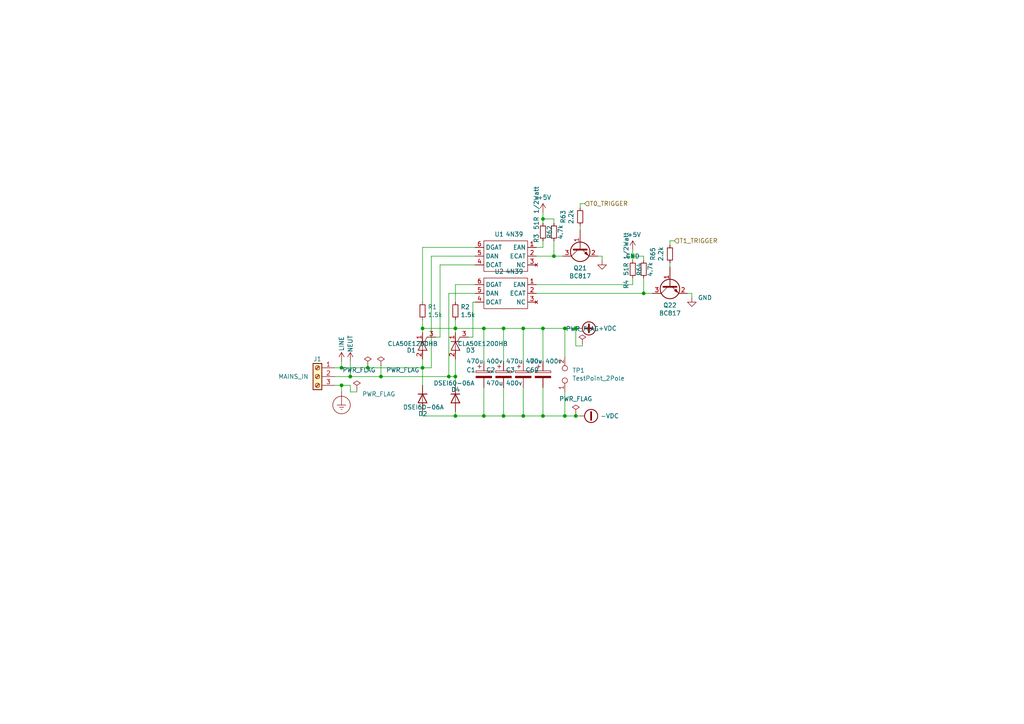
<source format=kicad_sch>
(kicad_sch (version 20200506) (host eeschema "5.99.0-unknown-1f9723c~101~ubuntu18.04.1")
  (page "A4")
  (lib_symbols
    (symbol "Connector:Screw_Terminal_01x03" (pin_names hide)
      (property "Reference" "J" (at 0 5.08 0))
      (property "Value" "Screw_Terminal_01x03" (at 0 -5.08 0))
      (symbol "Screw_Terminal_01x03_1_1"
        (circle (center 0 -2.54) (radius 0.635))
        (circle (center 0 0) (radius 0.635))
        (circle (center 0 2.54) (radius 0.635))
        (rectangle (start -1.27 3.81) (end 1.27 -3.81) (stroke (width 0.254)) (fill (type background)))
        (polyline (pts (xy -0.5334 -2.2098) (xy 0.3302 -3.048)))
        (polyline (pts (xy -0.5334 0.3302) (xy 0.3302 -0.508)))
        (polyline (pts (xy -0.5334 2.8702) (xy 0.3302 2.032)))
        (polyline (pts (xy -0.3556 -2.032) (xy 0.508 -2.8702)))
        (polyline (pts (xy -0.3556 0.508) (xy 0.508 -0.3302)))
        (polyline (pts (xy -0.3556 3.048) (xy 0.508 2.2098)))
        (pin passive line (at -5.08 2.54 0) (length 3.81) (name "Pin_1") (number "1"))
        (pin passive line (at -5.08 0 0) (length 3.81) (name "Pin_2") (number "2"))
        (pin passive line (at -5.08 -2.54 0) (length 3.81) (name "Pin_3") (number "3"))
      )
    )
    (symbol "Connector:TestPoint_2Pole" (pin_names (offset 0.762) hide)
      (property "Reference" "TP" (at 0 1.524 0))
      (property "Value" "TestPoint_2Pole" (at 0 -1.778 0))
      (symbol "TestPoint_2Pole_0_1"
        (circle (center -1.778 0) (radius 0.762))
        (circle (center 1.778 0) (radius 0.762))
        (pin passive line (at -5.08 0 0) (length 2.54) (name "1") (number "1"))
        (pin passive line (at 5.08 0 180) (length 2.54) (name "2") (number "2"))
      )
    )
    (symbol "Device:CP" (pin_numbers hide) (pin_names (offset 0.254))
      (property "Reference" "C" (at 0.635 2.54 0))
      (property "Value" "CP" (at 0.635 -2.54 0))
      (symbol "CP_0_1"
        (rectangle (start -2.286 0.508) (end 2.286 1.016))
        (rectangle (start 2.286 -0.508) (end -2.286 -1.016) (fill (type outline)))
        (polyline (pts (xy -1.778 2.286) (xy -0.762 2.286)))
        (polyline (pts (xy -1.27 2.794) (xy -1.27 1.778)))
      )
      (symbol "CP_1_1"
        (pin passive line (at 0 3.81 270) (length 2.794) (name "~") (number "1"))
        (pin passive line (at 0 -3.81 90) (length 2.794) (name "~") (number "2"))
      )
    )
    (symbol "Device:CP_1" (pin_numbers hide) (pin_names (offset 0.254))
      (property "Reference" "C" (at 0.635 2.54 0))
      (property "Value" "CP" (at 0.635 -2.54 0))
      (symbol "CP_1_0_1"
        (rectangle (start -2.286 0.508) (end 2.286 1.016))
        (rectangle (start 2.286 -0.508) (end -2.286 -1.016) (fill (type outline)))
        (polyline (pts (xy -1.778 2.286) (xy -0.762 2.286)))
        (polyline (pts (xy -1.27 2.794) (xy -1.27 1.778)))
      )
      (symbol "CP_1_1_1"
        (pin passive line (at 0 3.81 270) (length 2.794) (name "~") (number "1"))
        (pin passive line (at 0 -3.81 90) (length 2.794) (name "~") (number "2"))
      )
    )
    (symbol "Device:CP_2" (pin_numbers hide) (pin_names (offset 0.254))
      (property "Reference" "C" (at 0.635 2.54 0))
      (property "Value" "CP" (at 0.635 -2.54 0))
      (symbol "CP_2_0_1"
        (rectangle (start -2.286 0.508) (end 2.286 1.016))
        (rectangle (start 2.286 -0.508) (end -2.286 -1.016) (fill (type outline)))
        (polyline (pts (xy -1.778 2.286) (xy -0.762 2.286)))
        (polyline (pts (xy -1.27 2.794) (xy -1.27 1.778)))
      )
      (symbol "CP_2_1_1"
        (pin passive line (at 0 3.81 270) (length 2.794) (name "~") (number "1"))
        (pin passive line (at 0 -3.81 90) (length 2.794) (name "~") (number "2"))
      )
    )
    (symbol "Device:CP_3" (pin_numbers hide) (pin_names (offset 0.254))
      (property "Reference" "C" (at 0.635 2.54 0))
      (property "Value" "CP" (at 0.635 -2.54 0))
      (symbol "CP_3_0_1"
        (rectangle (start -2.286 0.508) (end 2.286 1.016))
        (rectangle (start 2.286 -0.508) (end -2.286 -1.016) (fill (type outline)))
        (polyline (pts (xy -1.778 2.286) (xy -0.762 2.286)))
        (polyline (pts (xy -1.27 2.794) (xy -1.27 1.778)))
      )
      (symbol "CP_3_1_1"
        (pin passive line (at 0 3.81 270) (length 2.794) (name "~") (number "1"))
        (pin passive line (at 0 -3.81 90) (length 2.794) (name "~") (number "2"))
      )
    )
    (symbol "Device:D" (pin_numbers hide) (pin_names hide)
      (property "Reference" "D" (at 0 2.54 0))
      (property "Value" "D" (at 0 -2.54 0))
      (symbol "D_0_1"
        (polyline (pts (xy -1.27 1.27) (xy -1.27 -1.27)) (stroke (width 0.254)))
        (polyline (pts (xy 1.27 0) (xy -1.27 0)))
        (polyline (pts (xy 1.27 1.27) (xy 1.27 -1.27) (xy -1.27 0) (xy 1.27 1.27)) (stroke (width 0.254)))
      )
      (symbol "D_1_1"
        (pin passive line (at -3.81 0 0) (length 2.54) (name "K") (number "1"))
        (pin passive line (at 3.81 0 180) (length 2.54) (name "A") (number "2"))
      )
    )
    (symbol "Device:Q_SCR_KAG" (pin_names (offset 0) hide)
      (property "Reference" "D" (at 1.905 0.635 0))
      (property "Value" "Q_SCR_KAG" (at 1.905 -1.27 0))
      (symbol "Q_SCR_KAG_0_1"
        (polyline (pts (xy -1.27 -2.54) (xy -0.635 -1.27)))
        (polyline (pts (xy -1.27 -1.27) (xy 1.27 -1.27)) (stroke (width 0.2032)))
        (polyline (pts (xy 0 -2.54) (xy 0 2.54)))
        (polyline (pts (xy -1.27 1.27) (xy 1.27 1.27) (xy 0 -1.27) (xy -1.27 1.27)) (stroke (width 0.2032)))
      )
      (symbol "Q_SCR_KAG_1_1"
        (pin passive line (at 0 -3.81 90) (length 2.54) (name "K") (number "1"))
        (pin passive line (at 0 3.81 270) (length 2.54) (name "A") (number "2"))
        (pin input line (at -3.81 -2.54 0) (length 2.54) (name "G") (number "3"))
      )
    )
    (symbol "Device:Q_SCR_KAG_1" (pin_names (offset 0) hide)
      (property "Reference" "D" (at 1.905 0.635 0))
      (property "Value" "Q_SCR_KAG" (at 1.905 -1.27 0))
      (symbol "Q_SCR_KAG_1_0_1"
        (polyline (pts (xy -1.27 -2.54) (xy -0.635 -1.27)))
        (polyline (pts (xy -1.27 -1.27) (xy 1.27 -1.27)) (stroke (width 0.2032)))
        (polyline (pts (xy 0 -2.54) (xy 0 2.54)))
        (polyline (pts (xy -1.27 1.27) (xy 1.27 1.27) (xy 0 -1.27) (xy -1.27 1.27)) (stroke (width 0.2032)))
      )
      (symbol "Q_SCR_KAG_1_1_1"
        (pin passive line (at 0 -3.81 90) (length 2.54) (name "K") (number "1"))
        (pin passive line (at 0 3.81 270) (length 2.54) (name "A") (number "2"))
        (pin input line (at -3.81 -2.54 0) (length 2.54) (name "G") (number "3"))
      )
    )
    (symbol "Device:R_Small" (pin_numbers hide) (pin_names (offset 0.254) hide)
      (property "Reference" "R" (at 0.762 0.508 0))
      (property "Value" "R_Small" (at 0.762 -1.016 0))
      (symbol "R_Small_0_1"
        (rectangle (start -0.762 1.778) (end 0.762 -1.778) (stroke (width 0.2032)))
      )
      (symbol "R_Small_1_1"
        (pin passive line (at 0 2.54 270) (length 0.762) (name "~") (number "1"))
        (pin passive line (at 0 -2.54 90) (length 0.762) (name "~") (number "2"))
      )
    )
    (symbol "Device:R_Small_1" (pin_numbers hide) (pin_names (offset 0.254) hide)
      (property "Reference" "R" (at 0.762 0.508 0))
      (property "Value" "R_Small" (at 0.762 -1.016 0))
      (symbol "R_Small_1_0_1"
        (rectangle (start -0.762 1.778) (end 0.762 -1.778) (stroke (width 0.2032)))
      )
      (symbol "R_Small_1_1_1"
        (pin passive line (at 0 2.54 270) (length 0.762) (name "~") (number "1"))
        (pin passive line (at 0 -2.54 90) (length 0.762) (name "~") (number "2"))
      )
    )
    (symbol "Device:R_Small_2" (pin_numbers hide) (pin_names (offset 0.254) hide)
      (property "Reference" "R" (at 0.762 0.508 0))
      (property "Value" "R_Small" (at 0.762 -1.016 0))
      (symbol "R_Small_2_0_1"
        (rectangle (start -0.762 1.778) (end 0.762 -1.778) (stroke (width 0.2032)))
      )
      (symbol "R_Small_2_1_1"
        (pin passive line (at 0 2.54 270) (length 0.762) (name "~") (number "1"))
        (pin passive line (at 0 -2.54 90) (length 0.762) (name "~") (number "2"))
      )
    )
    (symbol "Device:R_Small_3" (pin_numbers hide) (pin_names (offset 0.254) hide)
      (property "Reference" "R" (at 0.762 0.508 0))
      (property "Value" "R_Small" (at 0.762 -1.016 0))
      (symbol "R_Small_3_0_1"
        (rectangle (start -0.762 1.778) (end 0.762 -1.778) (stroke (width 0.2032)))
      )
      (symbol "R_Small_3_1_1"
        (pin passive line (at 0 2.54 270) (length 0.762) (name "~") (number "1"))
        (pin passive line (at 0 -2.54 90) (length 0.762) (name "~") (number "2"))
      )
    )
    (symbol "Device:R_Small_4" (pin_numbers hide) (pin_names (offset 0.254) hide)
      (property "Reference" "R" (at 0.762 0.508 0))
      (property "Value" "R_Small" (at 0.762 -1.016 0))
      (symbol "R_Small_4_0_1"
        (rectangle (start -0.762 1.778) (end 0.762 -1.778) (stroke (width 0.2032)))
      )
      (symbol "R_Small_4_1_1"
        (pin passive line (at 0 2.54 270) (length 0.762) (name "~") (number "1"))
        (pin passive line (at 0 -2.54 90) (length 0.762) (name "~") (number "2"))
      )
    )
    (symbol "Device:R_Small_5" (pin_numbers hide) (pin_names (offset 0.254) hide)
      (property "Reference" "R" (at 0.762 0.508 0))
      (property "Value" "R_Small" (at 0.762 -1.016 0))
      (symbol "R_Small_5_0_1"
        (rectangle (start -0.762 1.778) (end 0.762 -1.778) (stroke (width 0.2032)))
      )
      (symbol "R_Small_5_1_1"
        (pin passive line (at 0 2.54 270) (length 0.762) (name "~") (number "1"))
        (pin passive line (at 0 -2.54 90) (length 0.762) (name "~") (number "2"))
      )
    )
    (symbol "Device:R_Small_7" (pin_numbers hide) (pin_names (offset 0.254) hide)
      (property "Reference" "R" (at 0.762 0.508 0))
      (property "Value" "R_Small" (at 0.762 -1.016 0))
      (symbol "R_Small_7_0_1"
        (rectangle (start -0.762 1.778) (end 0.762 -1.778) (stroke (width 0.2032)))
      )
      (symbol "R_Small_7_1_1"
        (pin passive line (at 0 2.54 270) (length 0.762) (name "~") (number "1"))
        (pin passive line (at 0 -2.54 90) (length 0.762) (name "~") (number "2"))
      )
    )
    (symbol "Device:R_Small_8" (pin_numbers hide) (pin_names (offset 0.254) hide)
      (property "Reference" "R" (at 0.762 0.508 0))
      (property "Value" "R_Small" (at 0.762 -1.016 0))
      (symbol "R_Small_8_0_1"
        (rectangle (start -0.762 1.778) (end 0.762 -1.778) (stroke (width 0.2032)))
      )
      (symbol "R_Small_8_1_1"
        (pin passive line (at 0 2.54 270) (length 0.762) (name "~") (number "1"))
        (pin passive line (at 0 -2.54 90) (length 0.762) (name "~") (number "2"))
      )
    )
    (symbol "Transistor_BJT:BC817" (pin_names (offset 0) hide)
      (property "Reference" "Q" (at 5.08 1.905 0))
      (property "Value" "BC817" (at 5.08 0 0))
      (symbol "BC817_0_1"
        (circle (center 1.27 0) (radius 2.8194) (stroke (width 0.254)))
        (polyline (pts (xy 0.635 0.635) (xy 2.54 2.54)))
        (polyline (pts (xy 0.635 -0.635) (xy 2.54 -2.54) (xy 2.54 -2.54)))
        (polyline (pts (xy 0.635 1.905) (xy 0.635 -1.905) (xy 0.635 -1.905)) (stroke (width 0.508)))
        (polyline (pts (xy 1.27 -1.778) (xy 1.778 -1.27) (xy 2.286 -2.286) (xy 1.27 -1.778) (xy 1.27 -1.778)) (fill (type outline)))
      )
      (symbol "BC817_1_1"
        (pin input line (at -5.08 0 0) (length 5.715) (name "B") (number "1"))
        (pin passive line (at 2.54 -5.08 90) (length 2.54) (name "E") (number "2"))
        (pin passive line (at 2.54 5.08 270) (length 2.54) (name "C") (number "3"))
      )
    )
    (symbol "Transistor_BJT:BC817_1" (pin_names (offset 0) hide)
      (property "Reference" "Q" (at 5.08 1.905 0))
      (property "Value" "BC817" (at 5.08 0 0))
      (symbol "BC817_1_0_1"
        (circle (center 1.27 0) (radius 2.8194) (stroke (width 0.254)))
        (polyline (pts (xy 0.635 0.635) (xy 2.54 2.54)))
        (polyline (pts (xy 0.635 -0.635) (xy 2.54 -2.54) (xy 2.54 -2.54)))
        (polyline (pts (xy 0.635 1.905) (xy 0.635 -1.905) (xy 0.635 -1.905)) (stroke (width 0.508)))
        (polyline (pts (xy 1.27 -1.778) (xy 1.778 -1.27) (xy 2.286 -2.286) (xy 1.27 -1.778) (xy 1.27 -1.778)) (fill (type outline)))
      )
      (symbol "BC817_1_1_1"
        (pin input line (at -5.08 0 0) (length 5.715) (name "B") (number "1"))
        (pin passive line (at 2.54 -5.08 90) (length 2.54) (name "E") (number "2"))
        (pin passive line (at 2.54 5.08 270) (length 2.54) (name "C") (number "3"))
      )
    )
    (symbol "oe_gate-driver:4N39"
      (property "Reference" "U" (at -10.16 4.445 0))
      (property "Value" "4N39" (at -6.985 6.985 0))
      (symbol "4N39_0_1"
        (rectangle (start -6.35 4.445) (end 6.35 -4.445))
      )
      (symbol "4N39_1_1"
        (pin input line (at -8.89 2.54 0) (length 2.54) (name "EAN") (number "1"))
        (pin input line (at -8.89 0 0) (length 2.54) (name "ECAT") (number "2"))
        (pin unconnected line (at -8.89 -2.54 0) (length 2.54) (name "NC") (number "3"))
        (pin bidirectional line (at 8.89 -2.54 180) (length 2.54) (name "DCAT") (number "4"))
        (pin bidirectional line (at 8.89 0 180) (length 2.54) (name "DAN") (number "5"))
        (pin bidirectional line (at 8.89 2.54 180) (length 2.54) (name "DGAT") (number "6"))
      )
    )
    (symbol "power:+5V" (power) (pin_names (offset 0))
      (property "Value" "+5V" (at 0 3.556 0))
      (symbol "+5V_0_1"
        (polyline (pts (xy -0.762 1.27) (xy 0 2.54)))
        (polyline (pts (xy 0 0) (xy 0 2.54)))
        (polyline (pts (xy 0 2.54) (xy 0.762 1.27)))
      )
      (symbol "+5V_1_1"
        (pin power_in line (at 0 0 90) (length 0) (name "+5V") (number "1") hide)
      )
    )
    (symbol "power:+VDC" (power) (pin_names (offset 0))
      (property "Value" "+VDC" (at 0 6.35 0))
      (symbol "+VDC_0_1"
        (circle (center 0 3.175) (radius 1.905) (stroke (width 0.254)))
        (polyline (pts (xy -1.143 3.175) (xy 1.143 3.175)) (stroke (width 0.508)))
        (polyline (pts (xy 0 0) (xy 0 1.27)))
        (polyline (pts (xy 0 2.032) (xy 0 4.318)) (stroke (width 0.508)))
      )
      (symbol "+VDC_1_1"
        (pin power_in line (at 0 0 90) (length 0) (name "+VDC") (number "1") hide)
      )
    )
    (symbol "power:-VDC" (power) (pin_names (offset 0))
      (property "Value" "-VDC" (at 0 6.35 0))
      (symbol "-VDC_0_1"
        (circle (center 0 3.175) (radius 1.905) (stroke (width 0.254)))
        (polyline (pts (xy -1.143 3.175) (xy 1.143 3.175)) (stroke (width 0.508)))
        (polyline (pts (xy 0 0) (xy 0 1.27)))
      )
      (symbol "-VDC_1_1"
        (pin power_in line (at 0 0 90) (length 0) (name "-VDC") (number "1") hide)
      )
    )
    (symbol "power:Earth_Protective" (power) (pin_names (offset 0))
      (symbol "Earth_Protective_0_1"
        (circle (center 0 -3.81) (radius 2.54))
        (polyline (pts (xy -0.635 -4.445) (xy 0.635 -4.445)))
        (polyline (pts (xy -0.127 -5.08) (xy 0.127 -5.08)))
        (polyline (pts (xy 0 -3.81) (xy 0 0)))
        (polyline (pts (xy 1.27 -3.81) (xy -1.27 -3.81)))
      )
      (symbol "Earth_Protective_1_1"
        (pin power_in line (at 0 0 270) (length 0) (name "Earth_Protective") (number "1") hide)
      )
    )
    (symbol "power:GND" (power) (pin_names (offset 0))
      (property "Value" "GND" (at 0 -3.81 0))
      (symbol "GND_0_1"
        (polyline (pts (xy 0 0) (xy 0 -1.27) (xy 1.27 -1.27) (xy 0 -2.54) (xy -1.27 -1.27) (xy 0 -1.27)))
      )
      (symbol "GND_1_1"
        (pin power_in line (at 0 0 270) (length 0) (name "GND") (number "1") hide)
      )
    )
    (symbol "power:LINE" (power) (pin_names (offset 0))
      (property "Value" "LINE" (at 0 3.81 0))
      (symbol "LINE_0_1"
        (polyline (pts (xy -0.762 1.27) (xy 0 2.54)))
        (polyline (pts (xy 0 0) (xy 0 2.54)))
        (polyline (pts (xy 0 2.54) (xy 0.762 1.27)))
      )
      (symbol "LINE_1_1"
        (pin power_in line (at 0 0 90) (length 0) (name "LINE") (number "1") hide)
      )
    )
    (symbol "power:NEUT" (power) (pin_names (offset 0))
      (property "Value" "NEUT" (at 0 3.81 0))
      (symbol "NEUT_0_1"
        (polyline (pts (xy -0.762 1.27) (xy 0 2.54)))
        (polyline (pts (xy 0 0) (xy 0 2.54)))
        (polyline (pts (xy 0 2.54) (xy 0.762 1.27)))
      )
      (symbol "NEUT_1_1"
        (pin power_in line (at 0 0 90) (length 0) (name "NEUT") (number "1") hide)
      )
    )
    (symbol "power:PWR_FLAG" (power) (pin_numbers hide) (pin_names (offset 0) hide)
      (property "Value" "PWR_FLAG" (at 0 3.81 0))
      (symbol "PWR_FLAG_0_1"
        (polyline (pts (xy 0 0) (xy 0 1.27) (xy -1.016 1.905) (xy 0 2.54) (xy 1.016 1.905) (xy 0 1.27)))
      )
      (symbol "PWR_FLAG_0_0"
        (pin power_out line (at 0 0 90) (length 0) (name "pwr") (number "1"))
      )
    )
  )
  (junction (at 132.08 95.25))
  (junction (at 130.175 109.22))
  (junction (at 157.48 120.65))
  (junction (at 151.765 120.65))
  (junction (at 186.69 85.09))
  (junction (at 101.6 109.22))
  (junction (at 132.08 120.65))
  (junction (at 132.08 109.22))
  (junction (at 99.06 106.68))
  (junction (at 163.83 95.25))
  (junction (at 157.48 63.5))
  (junction (at 183.515 74.295))
  (junction (at 110.49 109.22))
  (junction (at 167.005 120.65))
  (junction (at 160.655 74.295))
  (junction (at 167.005 95.25))
  (junction (at 146.05 120.65))
  (junction (at 99.06 111.76))
  (junction (at 157.48 95.25))
  (junction (at 163.83 120.65))
  (junction (at 122.555 106.68))
  (junction (at 146.05 95.25))
  (junction (at 140.335 120.65))
  (junction (at 122.555 95.25))
  (junction (at 106.68 106.68))
  (junction (at 151.765 95.25))
  (junction (at 140.335 95.25))
  (wire (pts (xy 97.155 106.68) (xy 99.06 106.68)))
  (wire (pts (xy 97.155 109.22) (xy 101.6 109.22)))
  (wire (pts (xy 97.155 111.76) (xy 99.06 111.76)))
  (wire (pts (xy 99.06 106.68) (xy 99.06 104.775)))
  (wire (pts (xy 99.06 106.68) (xy 106.68 106.68)))
  (wire (pts (xy 99.06 111.76) (xy 99.06 113.665)))
  (wire (pts (xy 99.06 111.76) (xy 101.6 111.76)))
  (wire (pts (xy 101.6 104.775) (xy 101.6 109.22)))
  (wire (pts (xy 101.6 109.22) (xy 110.49 109.22)))
  (wire (pts (xy 101.6 111.76) (xy 101.6 113.665)))
  (wire (pts (xy 101.6 113.665) (xy 103.505 113.665)))
  (wire (pts (xy 103.505 113.03) (xy 103.505 113.665)))
  (wire (pts (xy 106.68 106.045) (xy 106.68 106.68)))
  (wire (pts (xy 106.68 106.68) (xy 122.555 106.68)))
  (wire (pts (xy 110.49 106.045) (xy 110.49 109.22)))
  (wire (pts (xy 110.49 109.22) (xy 130.175 109.22)))
  (wire (pts (xy 122.555 71.755) (xy 122.555 87.63)))
  (wire (pts (xy 122.555 92.71) (xy 122.555 95.25)))
  (wire (pts (xy 122.555 95.25) (xy 122.555 96.52)))
  (wire (pts (xy 122.555 95.25) (xy 132.08 95.25)))
  (wire (pts (xy 122.555 104.14) (xy 122.555 106.68)))
  (wire (pts (xy 122.555 106.68) (xy 122.555 111.76)))
  (wire (pts (xy 122.555 119.38) (xy 122.555 120.65)))
  (wire (pts (xy 122.555 120.65) (xy 132.08 120.65)))
  (wire (pts (xy 125.095 74.295) (xy 125.095 106.68)))
  (wire (pts (xy 125.095 106.68) (xy 122.555 106.68)))
  (wire (pts (xy 126.365 97.79) (xy 127.635 97.79)))
  (wire (pts (xy 127.635 76.835) (xy 137.795 76.835)))
  (wire (pts (xy 127.635 97.79) (xy 127.635 76.835)))
  (wire (pts (xy 130.175 85.09) (xy 130.175 109.22)))
  (wire (pts (xy 130.175 85.09) (xy 137.795 85.09)))
  (wire (pts (xy 130.175 109.22) (xy 132.08 109.22)))
  (wire (pts (xy 132.08 82.55) (xy 132.08 87.63)))
  (wire (pts (xy 132.08 82.55) (xy 137.795 82.55)))
  (wire (pts (xy 132.08 92.71) (xy 132.08 95.25)))
  (wire (pts (xy 132.08 95.25) (xy 132.08 96.52)))
  (wire (pts (xy 132.08 104.14) (xy 132.08 109.22)))
  (wire (pts (xy 132.08 109.22) (xy 132.08 111.76)))
  (wire (pts (xy 132.08 119.38) (xy 132.08 120.65)))
  (wire (pts (xy 132.08 120.65) (xy 140.335 120.65)))
  (wire (pts (xy 135.89 97.79) (xy 137.16 97.79)))
  (wire (pts (xy 137.16 87.63) (xy 137.795 87.63)))
  (wire (pts (xy 137.16 97.79) (xy 137.16 87.63)))
  (wire (pts (xy 137.795 71.755) (xy 122.555 71.755)))
  (wire (pts (xy 137.795 74.295) (xy 125.095 74.295)))
  (wire (pts (xy 140.335 95.25) (xy 132.08 95.25)))
  (wire (pts (xy 140.335 104.775) (xy 140.335 95.25)))
  (wire (pts (xy 140.335 112.395) (xy 140.335 120.65)))
  (wire (pts (xy 140.335 120.65) (xy 146.05 120.65)))
  (wire (pts (xy 146.05 95.25) (xy 140.335 95.25)))
  (wire (pts (xy 146.05 95.25) (xy 151.765 95.25)))
  (wire (pts (xy 146.05 104.775) (xy 146.05 95.25)))
  (wire (pts (xy 146.05 112.395) (xy 146.05 120.65)))
  (wire (pts (xy 146.05 120.65) (xy 151.765 120.65)))
  (wire (pts (xy 151.765 95.25) (xy 151.765 104.775)))
  (wire (pts (xy 151.765 95.25) (xy 157.48 95.25)))
  (wire (pts (xy 151.765 112.395) (xy 151.765 120.65)))
  (wire (pts (xy 151.765 120.65) (xy 157.48 120.65)))
  (wire (pts (xy 155.575 71.755) (xy 157.48 71.755)))
  (wire (pts (xy 155.575 74.295) (xy 160.655 74.295)))
  (wire (pts (xy 155.575 82.55) (xy 183.515 82.55)))
  (wire (pts (xy 155.575 85.09) (xy 186.69 85.09)))
  (wire (pts (xy 157.48 61.595) (xy 157.48 63.5)))
  (wire (pts (xy 157.48 63.5) (xy 157.48 64.77)))
  (wire (pts (xy 157.48 63.5) (xy 160.655 63.5)))
  (wire (pts (xy 157.48 69.85) (xy 157.48 71.755)))
  (wire (pts (xy 157.48 95.25) (xy 157.48 104.775)))
  (wire (pts (xy 157.48 95.25) (xy 163.83 95.25)))
  (wire (pts (xy 157.48 112.395) (xy 157.48 120.65)))
  (wire (pts (xy 157.48 120.65) (xy 163.83 120.65)))
  (wire (pts (xy 160.655 63.5) (xy 160.655 64.77)))
  (wire (pts (xy 160.655 69.85) (xy 160.655 74.295)))
  (wire (pts (xy 160.655 74.295) (xy 163.195 74.295)))
  (wire (pts (xy 163.83 95.25) (xy 163.83 103.505)))
  (wire (pts (xy 163.83 95.25) (xy 167.005 95.25)))
  (wire (pts (xy 163.83 113.665) (xy 163.83 120.65)))
  (wire (pts (xy 163.83 120.65) (xy 167.005 120.65)))
  (wire (pts (xy 167.005 95.25) (xy 167.005 100.33)))
  (wire (pts (xy 167.005 95.25) (xy 167.64 95.25)))
  (wire (pts (xy 167.005 100.33) (xy 168.91 100.33)))
  (wire (pts (xy 167.005 120.015) (xy 167.005 120.65)))
  (wire (pts (xy 167.005 120.65) (xy 168.275 120.65)))
  (wire (pts (xy 168.275 59.055) (xy 169.545 59.055)))
  (wire (pts (xy 168.275 60.325) (xy 168.275 59.055)))
  (wire (pts (xy 168.275 65.405) (xy 168.275 66.675)))
  (wire (pts (xy 168.91 99.695) (xy 168.91 100.33)))
  (wire (pts (xy 173.355 74.295) (xy 174.625 74.295)))
  (wire (pts (xy 174.625 74.295) (xy 174.625 75.565)))
  (wire (pts (xy 183.515 72.39) (xy 183.515 74.295)))
  (wire (pts (xy 183.515 74.295) (xy 183.515 75.565)))
  (wire (pts (xy 183.515 74.295) (xy 186.69 74.295)))
  (wire (pts (xy 183.515 80.645) (xy 183.515 82.55)))
  (wire (pts (xy 186.69 74.295) (xy 186.69 75.565)))
  (wire (pts (xy 186.69 80.645) (xy 186.69 85.09)))
  (wire (pts (xy 186.69 85.09) (xy 189.23 85.09)))
  (wire (pts (xy 194.31 69.85) (xy 195.58 69.85)))
  (wire (pts (xy 194.31 71.12) (xy 194.31 69.85)))
  (wire (pts (xy 194.31 76.2) (xy 194.31 77.47)))
  (wire (pts (xy 199.39 85.09) (xy 200.66 85.09)))
  (wire (pts (xy 200.66 85.09) (xy 200.66 86.36)))
  (hierarchical_label "T0_TRIGGER" (shape input) (at 169.545 59.055 0))
  (hierarchical_label "T1_TRIGGER" (shape input) (at 195.58 69.85 0))
  (symbol (lib_id "power:PWR_FLAG") (at 103.505 113.03 0) (unit 1)
    (property "Reference" "#FLG0103" (effects hide))
    (property "Value" "PWR_FLAG" (at 109.855 114.3 0))
  )
  (symbol (lib_id "power:PWR_FLAG") (at 106.68 106.045 0) (unit 1)
    (property "Reference" "#FLG0102" (effects hide))
    (property "Value" "PWR_FLAG" (at 104.14 107.315 0))
  )
  (symbol (lib_id "power:PWR_FLAG") (at 110.49 106.045 0) (unit 1)
    (property "Reference" "#FLG0101" (effects hide))
    (property "Value" "PWR_FLAG" (at 116.84 107.315 0))
  )
  (symbol (lib_id "power:PWR_FLAG") (at 167.005 120.015 0) (unit 1)
    (property "Reference" "#FLG0106" (effects hide))
    (property "Value" "PWR_FLAG" (at 167.005 115.6906 0))
  )
  (symbol (lib_id "power:PWR_FLAG") (at 168.91 99.695 0) (unit 1)
    (property "Reference" "#FLG0107" (effects hide))
    (property "Value" "PWR_FLAG" (at 168.91 95.377 0))
  )
  (symbol (lib_id "power:LINE") (at 99.06 104.775 0) (unit 1)
    (property "Reference" "#PWR01" (effects hide))
    (property "Value" "LINE" (at 99.06 99.695 90))
  )
  (symbol (lib_id "power:NEUT") (at 101.6 104.775 0) (unit 1)
    (property "Reference" "#PWR03" (effects hide))
    (property "Value" "NEUT" (at 101.6 99.695 90))
  )
  (symbol (lib_id "power:+5V") (at 157.48 61.595 0) (unit 1)
    (property "Reference" "#PWR0119" (effects hide))
    (property "Value" "+5V" (at 157.8483 57.2706 0))
  )
  (symbol (lib_id "power:+5V") (at 183.515 72.39 0) (unit 1)
    (property "Reference" "#PWR0118" (effects hide))
    (property "Value" "+5V" (at 183.896 68.072 0))
  )
  (symbol (lib_id "power:GND") (at 174.625 75.565 0) (unit 1)
    (property "Reference" "#PWR06" (effects hide))
    (property "Value" "GND" (at 183.515 74.295 0))
  )
  (symbol (lib_id "power:GND") (at 200.66 86.36 0) (unit 1)
    (property "Reference" "#PWR0120" (effects hide))
    (property "Value" "GND" (at 204.47 86.36 0))
  )
  (symbol (lib_name "Device:R_Small_3") (lib_id "Device:R_Small") (at 122.555 90.17 0) (unit 1)
    (property "Reference" "R1" (at 124.0536 89.027 0) (effects (justify left)))
    (property "Value" "1.5k" (at 124.0536 91.313 0) (effects (justify left)))
    (property "Footprint" "Resistor_THT:R_Axial_DIN0204_L3.6mm_D1.6mm_P7.62mm_Horizontal" (effects hide))
    (property "Link" "https://ozdisan.com/passive-components/resistors/tht-through-hole-resistors/CFR0W8J0152A50" (effects hide))
    (property "Price" "0.01961TL" (effects hide))
  )
  (symbol (lib_name "Device:R_Small_2") (lib_id "Device:R_Small") (at 132.08 90.17 0) (unit 1)
    (property "Reference" "R2" (at 133.5786 89.027 0) (effects (justify left)))
    (property "Value" "1.5k" (at 133.5786 91.313 0) (effects (justify left)))
    (property "Footprint" "Resistor_THT:R_Axial_DIN0204_L3.6mm_D1.6mm_P7.62mm_Horizontal" (effects hide))
    (property "Link" "https://ozdisan.com/passive-components/resistors/tht-through-hole-resistors/CFR0W8J0152A50" (effects hide))
    (property "Price" "0.01961TL" (effects hide))
  )
  (symbol (lib_name "Device:R_Small_4") (lib_id "Device:R_Small") (at 157.48 67.31 180) (unit 1)
    (property "Reference" "R3" (at 155.575 70.485 90) (effects (justify right)))
    (property "Value" "51R 1/2Watt" (at 155.575 66.675 90) (effects (justify right)))
    (property "Footprint" "Resistor_SMD:R_1210_3225Metric" (effects hide))
    (property "Link" "https://ozdisan.com/passive-components/resistors/smt-smd-and-chip-resistors/CQ07W2F510JT5E" (effects hide))
    (property "Price" "0.13383TL" (effects hide))
  )
  (symbol (lib_name "Device:R_Small_8") (lib_id "Device:R_Small") (at 160.655 67.31 180) (unit 1)
    (property "Reference" "R62" (at 159.385 67.31 90))
    (property "Value" "4.7k" (at 162.56 67.31 90))
    (property "Footprint" "Resistor_SMD:R_0805_2012Metric" (effects hide))
    (property "Link" "https://ozdisan.com/passive-components/resistors/smt-smd-and-chip-resistors/0805S8F4701T5E" (effects hide))
    (property "Price" "0.01955TL" (effects hide))
  )
  (symbol (lib_name "Device:R_Small_5") (lib_id "Device:R_Small") (at 168.275 62.865 180) (unit 1)
    (property "Reference" "R63" (at 163.322 62.865 90))
    (property "Value" "2.2k" (at 165.6334 62.865 90))
    (property "Footprint" "Resistor_SMD:R_0805_2012Metric" (effects hide))
    (property "Link" "https://ozdisan.com/passive-components/resistors/smt-smd-and-chip-resistors/0805S8J0222T5E" (effects hide))
    (property "Price" "0.01504TL" (effects hide))
  )
  (symbol (lib_id "Device:R_Small") (at 183.515 78.105 180) (unit 1)
    (property "Reference" "R4" (at 181.61 83.82 90) (effects (justify right)))
    (property "Value" "51R 1/2Watt" (at 181.61 80.01 90) (effects (justify right)))
    (property "Footprint" "Resistor_SMD:R_1210_3225Metric" (effects hide))
    (property "Link" "https://ozdisan.com/passive-components/resistors/smt-smd-and-chip-resistors/CQ07W2F510JT5E" (effects hide))
    (property "Price" "0.13383TL" (effects hide))
  )
  (symbol (lib_name "Device:R_Small_1") (lib_id "Device:R_Small") (at 186.69 78.105 180) (unit 1)
    (property "Reference" "R64" (at 185.42 78.105 90))
    (property "Value" "4.7k" (at 188.595 78.105 90))
    (property "Footprint" "Resistor_SMD:R_0805_2012Metric" (effects hide))
    (property "Link" "https://ozdisan.com/passive-components/resistors/smt-smd-and-chip-resistors/0805S8F4701T5E" (effects hide))
    (property "Price" "0.01955TL" (effects hide))
  )
  (symbol (lib_name "Device:R_Small_7") (lib_id "Device:R_Small") (at 194.31 73.66 180) (unit 1)
    (property "Reference" "R65" (at 189.357 73.66 90))
    (property "Value" "2.2k" (at 191.6684 73.66 90))
    (property "Footprint" "Resistor_SMD:R_0805_2012Metric" (effects hide))
    (property "Link" "https://ozdisan.com/passive-components/resistors/smt-smd-and-chip-resistors/0805S8J0222T5E" (effects hide))
    (property "Price" "0.01504TL" (effects hide))
  )
  (symbol (lib_id "Device:D") (at 122.555 115.57 270) (unit 1)
    (property "Reference" "D2" (at 121.285 120.015 90) (effects (justify left)))
    (property "Value" "DSEI60-06A" (at 116.84 118.11 90) (effects (justify left)))
    (property "Footprint" "Package_TO_SOT_THT:TO-247-2_Vertical" (effects hide))
    (property "Link" "https://ozdisan.com/power-semiconductors/diodes-diode-modules-and-rectifiers/general-purpose-diodes/DSEI60-06A" (effects hide))
    (property "Price" "20.69234TL" (effects hide))
  )
  (symbol (lib_id "Device:D") (at 132.08 115.57 270) (unit 1)
    (property "Reference" "D4" (at 130.81 113.03 90) (effects (justify left)))
    (property "Value" "DSEI60-06A" (at 125.73 111.125 90) (effects (justify left)))
    (property "Footprint" "Package_TO_SOT_THT:TO-247-2_Vertical" (effects hide))
    (property "Link" "https://ozdisan.com/power-semiconductors/diodes-diode-modules-and-rectifiers/general-purpose-diodes/DSEI60-06A" (effects hide))
    (property "Price" "20.69234TL" (effects hide))
  )
  (symbol (lib_id "power:+VDC") (at 167.64 95.25 270) (unit 1)
    (property "Reference" "#PWR04" (effects hide))
    (property "Value" "+VDC" (at 173.4821 95.25 90) (effects (justify left)))
  )
  (symbol (lib_id "power:-VDC") (at 168.275 120.65 270) (unit 1)
    (property "Reference" "#PWR05" (effects hide))
    (property "Value" "-VDC" (at 174.1171 120.65 90) (effects (justify left)))
  )
  (symbol (lib_id "Connector:TestPoint_2Pole") (at 163.83 108.585 90) (unit 1)
    (property "Reference" "TP1" (at 165.9637 107.4356 90) (effects (justify right)))
    (property "Value" "TestPoint_2Pole" (at 165.9637 109.7343 90) (effects (justify right)))
    (property "Footprint" "Connector_PinHeader_2.54mm:PinHeader_1x02_P2.54mm_Vertical" (effects hide))
    (property "Link" "https://ozdisan.com/connectors-and-interconnects/headers/pin-headers/DS1021-1X2SF11-B" (effects hide))
    (property "Price" "0.08882TL" (effects hide))
  )
  (symbol (lib_id "power:Earth_Protective") (at 99.06 113.665 0) (unit 1)
    (property "Reference" "#PWR02" (effects hide))
    (property "Value" "Earth_Protective" (effects hide))
  )
  (symbol (lib_name "Device:CP_1") (lib_id "Device:CP") (at 140.335 108.585 0) (unit 1)
    (property "Reference" "C1" (at 135.255 107.315 0) (effects (justify left)))
    (property "Value" "470u 400v" (at 135.255 104.775 0) (effects (justify left)))
    (property "Footprint" "oe_capacitor:CP_Radial_D35.0mm_P10.00mm_SnapIn" (effects hide))
    (property "Link" "https://ozdisan.com/passive-components/capacitors/aluminum-capacitors/K054004710PM0E050" (effects hide))
    (property "Price" "21.36402TL" (effects hide))
  )
  (symbol (lib_id "Device:CP") (at 146.05 108.585 0) (unit 1)
    (property "Reference" "C2" (at 140.97 107.315 0) (effects (justify left)))
    (property "Value" "470u 400v" (at 140.97 111.125 0) (effects (justify left)))
    (property "Footprint" "oe_capacitor:CP_Radial_D35.0mm_P10.00mm_SnapIn" (effects hide))
    (property "Link" "https://ozdisan.com/passive-components/capacitors/aluminum-capacitors/K054004710PM0E050" (effects hide))
    (property "Price" "21.36402TL" (effects hide))
  )
  (symbol (lib_name "Device:CP_2") (lib_id "Device:CP") (at 151.765 108.585 0) (unit 1)
    (property "Reference" "C3" (at 146.685 107.315 0) (effects (justify left)))
    (property "Value" "470u 400v" (at 146.685 104.775 0) (effects (justify left)))
    (property "Footprint" "oe_capacitor:CP_Radial_D35.0mm_P10.00mm_SnapIn" (effects hide))
    (property "Link" "https://ozdisan.com/passive-components/capacitors/aluminum-capacitors/K054004710PM0E050" (effects hide))
    (property "Price" "21.36402TL" (effects hide))
  )
  (symbol (lib_name "Device:CP_3") (lib_id "Device:CP") (at 157.48 108.585 0) (unit 1)
    (property "Reference" "C69" (at 152.4 107.315 0) (effects (justify left)))
    (property "Value" "470u 400v" (at 152.4 104.775 0) (effects (justify left)))
    (property "Footprint" "oe_capacitor:CP_Radial_D35.0mm_P10.00mm_SnapIn" (effects hide))
    (property "Link" "https://ozdisan.com/passive-components/capacitors/aluminum-capacitors/K054004710PM0E050" (effects hide))
    (property "Price" "21.36402TL" (effects hide))
  )
  (symbol (lib_name "Device:Q_SCR_KAG_1") (lib_id "Device:Q_SCR_KAG") (at 122.555 100.33 180) (unit 1)
    (property "Reference" "D1" (at 120.65 101.6 0) (effects (justify left)))
    (property "Value" "CLA50E1200HB" (at 127 99.695 0) (effects (justify left)))
    (property "Footprint" "Package_TO_SOT_THT:TO-247-3_Vertical" (effects hide))
    (property "Link" "https://ozdisan.com/power-semiconductors/thyristors/discrete-thyristors/CLA50E1200HB" (effects hide))
    (property "Price" "13.43667TL" (effects hide))
  )
  (symbol (lib_id "Device:Q_SCR_KAG") (at 132.08 100.33 180) (unit 1)
    (property "Reference" "D3" (at 137.795 101.6 0) (effects (justify left)))
    (property "Value" "CLA50E1200HB" (at 147.32 99.695 0) (effects (justify left)))
    (property "Footprint" "Package_TO_SOT_THT:TO-247-3_Vertical" (effects hide))
    (property "Link" "https://ozdisan.com/power-semiconductors/thyristors/discrete-thyristors/CLA50E1200HB" (effects hide))
    (property "Price" "13.43667TL" (effects hide))
  )
  (symbol (lib_id "Connector:Screw_Terminal_01x03") (at 92.075 109.22 0) (mirror y) (unit 1)
    (property "Reference" "J1" (at 92.075 104.14 0))
    (property "Value" "MAINS_IN" (at 85.09 109.22 0))
    (property "Footprint" "oe_connector:DG25C-B-03P-13-00AH" (effects hide))
    (property "Link" "https://ozdisan.com/connectors-and-interconnects/terminal-blocks/barrier-terminal-blocks/DG25C-B-03P-13-00AH" (effects hide))
    (property "Price" "1.87758TL" (effects hide))
  )
  (symbol (lib_name "Transistor_BJT:BC817_1") (lib_id "Transistor_BJT:BC817") (at 168.275 71.755 90) (mirror x) (unit 1)
    (property "Reference" "Q21" (at 168.275 77.7558 90))
    (property "Value" "BC817" (at 168.275 80.0545 90))
    (property "Footprint" "Package_TO_SOT_SMD:SOT-23" (effects hide))
    (property "Datasheet" "http://www.fairchildsemi.com/ds/BC/BC817.pdf" (effects hide))
    (property "Link" "https://ozdisan.com/power-semiconductors/transistors/discrete-transistors/BC817-40215" (effects hide))
    (property "Price" "0.12630TL" (effects hide))
  )
  (symbol (lib_id "Transistor_BJT:BC817") (at 194.31 82.55 90) (mirror x) (unit 1)
    (property "Reference" "Q22" (at 194.31 88.5444 90))
    (property "Value" "BC817" (at 194.31 90.8558 90))
    (property "Footprint" "Package_TO_SOT_SMD:SOT-23" (effects hide))
    (property "Datasheet" "http://www.fairchildsemi.com/ds/BC/BC817.pdf" (effects hide))
    (property "Link" "https://ozdisan.com/power-semiconductors/transistors/discrete-transistors/BC817-40215" (effects hide))
    (property "Price" "0.12630TL" (effects hide))
  )
  (symbol (lib_id "oe_gate-driver:4N39") (at 146.685 74.295 0) (mirror y) (unit 1)
    (property "Reference" "U1" (at 144.78 67.945 0))
    (property "Value" "4N39" (at 149.225 67.945 0))
    (property "Footprint" "Package_DIP:DIP-6_W7.62mm" (effects hide))
    (property "Link" "https://www.direnc.net/4n39-photo-scr-optocouplers" (effects hide))
    (property "Price" "4.059322033898305TL" (effects hide))
  )
  (symbol (lib_id "oe_gate-driver:4N39") (at 146.685 85.09 0) (mirror y) (unit 1)
    (property "Reference" "U2" (at 144.78 78.74 0))
    (property "Value" "4N39" (at 149.225 78.74 0))
    (property "Footprint" "Package_DIP:DIP-6_W7.62mm" (effects hide))
    (property "Link" "https://www.direnc.net/4n39-photo-scr-optocouplers" (effects hide))
    (property "Price" "4.059322033898305TL" (effects hide))
  )
)
</source>
